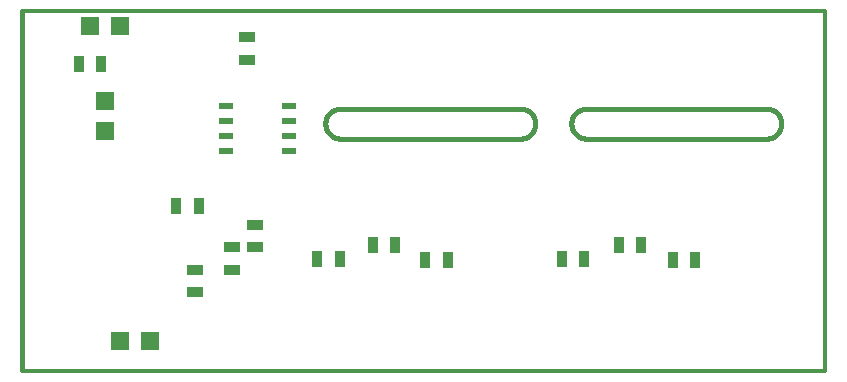
<source format=gtp>
G04 (created by PCBNEW-RS274X (20100406 SVN-R2508)-final) date 6/3/2010 10:01:36 PM*
G01*
G70*
G90*
%MOIN*%
G04 Gerber Fmt 3.4, Leading zero omitted, Abs format*
%FSLAX34Y34*%
G04 APERTURE LIST*
%ADD10C,0.006000*%
%ADD11C,0.012000*%
%ADD12C,0.015000*%
%ADD13R,0.060000X0.060000*%
%ADD14R,0.055000X0.035000*%
%ADD15R,0.035000X0.055000*%
%ADD16R,0.045000X0.020000*%
G04 APERTURE END LIST*
G54D10*
G54D11*
X47750Y-43250D02*
X21000Y-43250D01*
X47750Y-55250D02*
X47750Y-43250D01*
X21000Y-55250D02*
X47750Y-55250D01*
G54D12*
X21000Y-55200D02*
X21000Y-55000D01*
X31600Y-46500D02*
X31557Y-46502D01*
X31514Y-46508D01*
X31471Y-46518D01*
X31429Y-46531D01*
X31389Y-46547D01*
X31351Y-46567D01*
X31314Y-46591D01*
X31279Y-46617D01*
X31247Y-46647D01*
X31217Y-46679D01*
X31191Y-46714D01*
X31167Y-46751D01*
X31147Y-46789D01*
X31131Y-46829D01*
X31118Y-46871D01*
X31108Y-46914D01*
X31102Y-46957D01*
X31100Y-47000D01*
X31100Y-47000D02*
X31102Y-47043D01*
X31108Y-47086D01*
X31118Y-47129D01*
X31131Y-47171D01*
X31147Y-47211D01*
X31167Y-47249D01*
X31191Y-47286D01*
X31217Y-47321D01*
X31247Y-47353D01*
X31279Y-47383D01*
X31314Y-47409D01*
X31351Y-47433D01*
X31389Y-47453D01*
X31429Y-47469D01*
X31471Y-47482D01*
X31514Y-47492D01*
X31557Y-47498D01*
X31600Y-47500D01*
X37600Y-47500D02*
X37643Y-47498D01*
X37686Y-47492D01*
X37729Y-47482D01*
X37771Y-47469D01*
X37811Y-47453D01*
X37850Y-47433D01*
X37886Y-47409D01*
X37921Y-47383D01*
X37953Y-47353D01*
X37983Y-47321D01*
X38009Y-47286D01*
X38033Y-47249D01*
X38053Y-47211D01*
X38069Y-47171D01*
X38082Y-47129D01*
X38092Y-47086D01*
X38098Y-47043D01*
X38100Y-47000D01*
X38100Y-47000D02*
X38098Y-46957D01*
X38092Y-46914D01*
X38082Y-46871D01*
X38069Y-46829D01*
X38053Y-46789D01*
X38033Y-46751D01*
X38009Y-46714D01*
X37983Y-46679D01*
X37953Y-46647D01*
X37921Y-46617D01*
X37886Y-46591D01*
X37850Y-46567D01*
X37811Y-46547D01*
X37771Y-46531D01*
X37729Y-46518D01*
X37686Y-46508D01*
X37643Y-46502D01*
X37600Y-46500D01*
X39800Y-46500D02*
X39757Y-46502D01*
X39714Y-46508D01*
X39671Y-46518D01*
X39629Y-46531D01*
X39589Y-46547D01*
X39551Y-46567D01*
X39514Y-46591D01*
X39479Y-46617D01*
X39447Y-46647D01*
X39417Y-46679D01*
X39391Y-46714D01*
X39367Y-46751D01*
X39347Y-46789D01*
X39331Y-46829D01*
X39318Y-46871D01*
X39308Y-46914D01*
X39302Y-46957D01*
X39300Y-47000D01*
X39300Y-47000D02*
X39302Y-47043D01*
X39308Y-47086D01*
X39318Y-47129D01*
X39331Y-47171D01*
X39347Y-47211D01*
X39367Y-47249D01*
X39391Y-47286D01*
X39417Y-47321D01*
X39447Y-47353D01*
X39479Y-47383D01*
X39514Y-47409D01*
X39551Y-47433D01*
X39589Y-47453D01*
X39629Y-47469D01*
X39671Y-47482D01*
X39714Y-47492D01*
X39757Y-47498D01*
X39800Y-47500D01*
X45800Y-47500D02*
X45843Y-47498D01*
X45886Y-47492D01*
X45929Y-47482D01*
X45971Y-47469D01*
X46011Y-47453D01*
X46050Y-47433D01*
X46086Y-47409D01*
X46121Y-47383D01*
X46153Y-47353D01*
X46183Y-47321D01*
X46209Y-47286D01*
X46233Y-47249D01*
X46253Y-47211D01*
X46269Y-47171D01*
X46282Y-47129D01*
X46292Y-47086D01*
X46298Y-47043D01*
X46300Y-47000D01*
X46300Y-47000D02*
X46298Y-46957D01*
X46292Y-46914D01*
X46282Y-46871D01*
X46269Y-46829D01*
X46253Y-46789D01*
X46233Y-46751D01*
X46209Y-46714D01*
X46183Y-46679D01*
X46153Y-46647D01*
X46121Y-46617D01*
X46086Y-46591D01*
X46050Y-46567D01*
X46011Y-46547D01*
X45971Y-46531D01*
X45929Y-46518D01*
X45886Y-46508D01*
X45843Y-46502D01*
X45800Y-46500D01*
X31600Y-47500D02*
X37600Y-47500D01*
X37600Y-46500D02*
X31600Y-46500D01*
X39800Y-47500D02*
X45800Y-47500D01*
X45800Y-46500D02*
X39800Y-46500D01*
X21000Y-43250D02*
X21000Y-55000D01*
G54D13*
X25250Y-54250D03*
X24250Y-54250D03*
X23750Y-47250D03*
X23750Y-46250D03*
X24250Y-43750D03*
X23250Y-43750D03*
G54D14*
X28750Y-51125D03*
X28750Y-50375D03*
G54D15*
X32675Y-51050D03*
X33425Y-51050D03*
X39725Y-51500D03*
X38975Y-51500D03*
X31575Y-51500D03*
X30825Y-51500D03*
X40875Y-51050D03*
X41625Y-51050D03*
X43425Y-51550D03*
X42675Y-51550D03*
X35175Y-51550D03*
X34425Y-51550D03*
G54D14*
X26750Y-51875D03*
X26750Y-52625D03*
G54D15*
X23625Y-45000D03*
X22875Y-45000D03*
X26125Y-49750D03*
X26875Y-49750D03*
G54D14*
X28500Y-44125D03*
X28500Y-44875D03*
X28000Y-51125D03*
X28000Y-51875D03*
G54D16*
X29900Y-46400D03*
X27800Y-46400D03*
X29900Y-46900D03*
X29900Y-47400D03*
X29900Y-47900D03*
X27800Y-46900D03*
X27800Y-47400D03*
X27800Y-47900D03*
M02*

</source>
